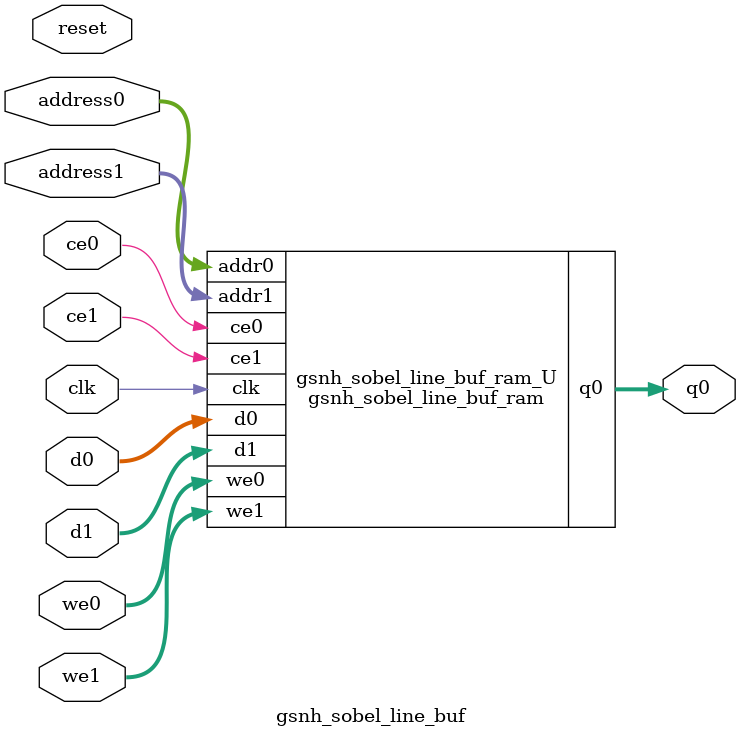
<source format=v>
`timescale 1 ns / 1 ps
module gsnh_sobel_line_buf_ram (addr0, ce0, d0, we0, q0, addr1, ce1, d1, we1,  clk);

parameter DWIDTH = 24;
parameter AWIDTH = 9;
parameter MEM_SIZE = 512;
parameter COL_WIDTH = 8;
parameter NUM_COL = (DWIDTH/COL_WIDTH);

input[AWIDTH-1:0] addr0;
input ce0;
input[DWIDTH-1:0] d0;
input [NUM_COL-1:0] we0;
output reg[DWIDTH-1:0] q0;
input[AWIDTH-1:0] addr1;
input ce1;
input[DWIDTH-1:0] d1;
input [NUM_COL-1:0] we1;
input clk;

(* ram_style = "block" *)reg [DWIDTH-1:0] ram[0:MEM_SIZE-1];



genvar i;

generate
    for (i=0;i<NUM_COL;i=i+1) begin
        always @(posedge clk) begin
            if (ce0) begin
                if (we0[i]) begin
                    ram[addr0][i*COL_WIDTH +: COL_WIDTH] <= d0[i*COL_WIDTH +: COL_WIDTH]; 
                end
                q0[i*COL_WIDTH +: COL_WIDTH] <= ram[addr0][i*COL_WIDTH +: COL_WIDTH];
            end
        end
    end
endgenerate


generate
    for (i=0;i<NUM_COL;i=i+1) begin
        always @(posedge clk) begin
            if (ce1) begin
                if (we1[i])
                    ram[addr1][i*COL_WIDTH +: COL_WIDTH] <= d1[i*COL_WIDTH +: COL_WIDTH]; 
            end
        end
    end
endgenerate


endmodule

`timescale 1 ns / 1 ps
module gsnh_sobel_line_buf(
    reset,
    clk,
    address0,
    ce0,
    we0,
    d0,
    q0,
    address1,
    ce1,
    we1,
    d1);

parameter DataWidth = 32'd24;
parameter AddressRange = 32'd512;
parameter AddressWidth = 32'd9;
input reset;
input clk;
input[AddressWidth - 1:0] address0;
input ce0;
input[DataWidth/8 - 1:0] we0;
input[DataWidth - 1:0] d0;
output[DataWidth - 1:0] q0;
input[AddressWidth - 1:0] address1;
input ce1;
input[DataWidth/8 - 1:0] we1;
input[DataWidth - 1:0] d1;



gsnh_sobel_line_buf_ram gsnh_sobel_line_buf_ram_U(
    .clk( clk ),
    .addr0( address0 ),
    .ce0( ce0 ),
    .we0( we0 ),
    .d0( d0 ),
    .q0( q0 ),
    .addr1( address1 ),
    .ce1( ce1 ),
    .we1( we1 ),
    .d1( d1 ));

endmodule


</source>
